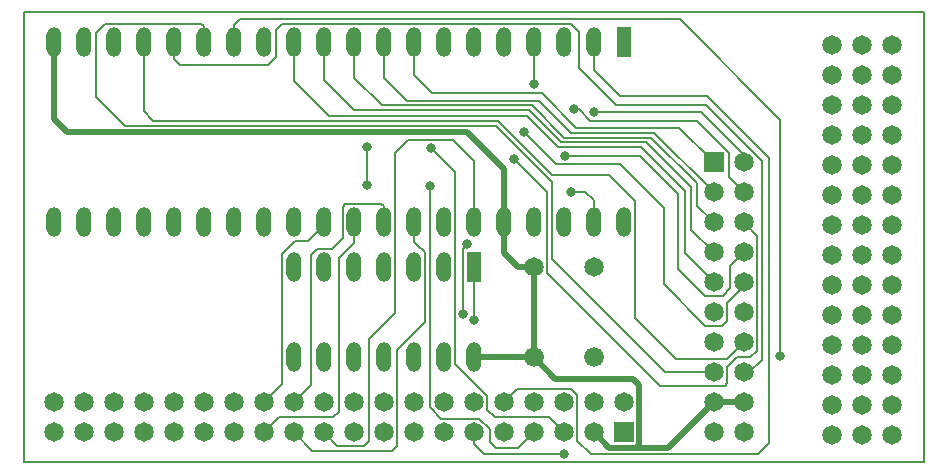
<source format=gtl>
%FSLAX23Y23*%
%MOIN*%
G70*
G01*
G75*
G04 Layer_Physical_Order=1*
G04 Layer_Color=255*
%ADD10C,0.008*%
%ADD11C,0.020*%
%ADD12O,0.050X0.100*%
%ADD13R,0.050X0.100*%
%ADD14C,0.065*%
%ADD15R,0.065X0.065*%
%ADD16R,0.065X0.065*%
%ADD17C,0.066*%
%ADD18C,0.032*%
D10*
X3534Y3028D02*
X3802D01*
X3500Y3062D02*
Y3100D01*
Y3062D02*
X3534Y3028D01*
X3145Y3926D02*
Y4051D01*
X3300Y4290D02*
Y4400D01*
X4037Y3483D02*
Y3873D01*
X3951Y3959D02*
X4037Y3873D01*
X3760Y3959D02*
X3951D01*
X3027Y3712D02*
X3063Y3748D01*
X2946Y3737D02*
X3000Y3791D01*
X4400Y3587D02*
Y3600D01*
Y3300D02*
X4417D01*
X4460Y3343D01*
X3816Y4023D02*
X4054D01*
X4258Y4167D02*
X4400Y4025D01*
Y4000D02*
Y4025D01*
X2400Y4170D02*
Y4400D01*
Y4170D02*
X2432Y4138D01*
X3581D01*
X3760Y3959D01*
X4037Y3483D02*
X4175Y3345D01*
X4345D01*
X4400Y3400D01*
X3634Y4013D02*
X3744Y3902D01*
Y3632D02*
Y3902D01*
Y3632D02*
X4122Y3255D01*
X4336D01*
X4345Y3264D01*
Y3317D01*
X4378Y3350D01*
X4422D01*
X4444Y3372D01*
Y3756D01*
X4400Y3800D02*
X4444Y3756D01*
X3834Y4178D02*
X3850D01*
X3889Y4139D01*
X4244D01*
X4350Y4033D01*
Y3950D02*
Y4033D01*
Y3950D02*
X4400Y3900D01*
X2600Y4400D02*
Y4454D01*
X2592Y4462D02*
X2600Y4454D01*
X2272Y4462D02*
X2592D01*
X2240Y4430D02*
X2272Y4462D01*
X2240Y4218D02*
Y4430D01*
Y4218D02*
X2336Y4122D01*
X3574D01*
X3760Y3935D01*
Y3678D02*
Y3935D01*
Y3678D02*
X4139Y3300D01*
X4300D01*
X2900Y4273D02*
Y4400D01*
Y4273D02*
X3019Y4154D01*
X3679D01*
X3782Y4051D01*
X4057D01*
X4203Y3905D01*
Y3697D02*
Y3905D01*
Y3697D02*
X4300Y3600D01*
X3000Y4276D02*
Y4400D01*
Y4276D02*
X3102Y4174D01*
X3685D01*
X3792Y4067D01*
X4075D01*
X4225Y3917D01*
Y3775D02*
Y3917D01*
Y3775D02*
X4300Y3700D01*
X3300Y4290D02*
X3360Y4230D01*
X3727D01*
X3842Y4115D01*
X4185D01*
X4300Y4000D01*
X3900Y3800D02*
Y3874D01*
X3872Y3902D02*
X3900Y3874D01*
X3823Y3902D02*
X3872D01*
X3463Y3712D02*
X3479Y3728D01*
X3463Y3496D02*
Y3712D01*
Y3496D02*
X3465Y3494D01*
X2800Y3200D02*
X2861Y3261D01*
Y3694D01*
X2904Y3737D01*
X2946D01*
X3000Y3791D02*
Y3800D01*
X3200D02*
Y3854D01*
X3192Y3862D02*
X3200Y3854D01*
X3072Y3862D02*
X3192D01*
X3063Y3853D02*
X3072Y3862D01*
X3063Y3748D02*
Y3853D01*
X2979Y3712D02*
X3027D01*
X2957Y3690D02*
X2979Y3712D01*
X2957Y3257D02*
Y3690D01*
X2900Y3200D02*
X2957Y3257D01*
X3358Y4047D02*
X3437Y3968D01*
Y3328D02*
Y3968D01*
Y3328D02*
X3545Y3220D01*
Y3175D02*
Y3220D01*
Y3175D02*
X3570Y3150D01*
X3750D01*
X3800Y3100D01*
X3648Y3048D02*
X3700Y3100D01*
X3573Y3048D02*
X3648D01*
X3553Y3068D02*
X3573Y3048D01*
X3553Y3068D02*
Y3110D01*
X3518Y3145D02*
X3553Y3110D01*
X3392Y3145D02*
X3518D01*
X3353Y3184D02*
X3392Y3145D01*
X3353Y3184D02*
Y3921D01*
X3100Y3730D02*
Y3800D01*
X3050Y3680D02*
X3100Y3730D01*
X3050Y3168D02*
Y3680D01*
X3032Y3150D02*
X3050Y3168D01*
X2850Y3150D02*
X3032D01*
X2800Y3100D02*
X2850Y3150D01*
X4054Y4023D02*
X4181Y3896D01*
Y3645D02*
Y3896D01*
Y3645D02*
X4271Y3556D01*
X4330D01*
X4355Y3581D01*
Y3655D01*
X4400Y3700D01*
X3669Y4100D02*
X3774Y3995D01*
X3986D01*
X4133Y3848D01*
Y3595D02*
Y3848D01*
Y3595D02*
X4272Y3455D01*
X4328D01*
X4345Y3472D01*
Y3532D01*
X4400Y3587D01*
X3200Y4282D02*
Y4400D01*
Y4282D02*
X3276Y4206D01*
X3717D01*
X3824Y4099D01*
X4101D01*
X4300Y3900D01*
X3700Y4261D02*
Y4400D01*
X3100Y4283D02*
Y4400D01*
Y4283D02*
X3193Y4190D01*
X3693D01*
X3801Y4083D01*
X4090D01*
X4244Y3930D01*
Y3856D02*
Y3930D01*
Y3856D02*
X4300Y3800D01*
X2500Y4344D02*
Y4400D01*
Y4344D02*
X2520Y4324D01*
X2813D01*
X2841Y4352D01*
Y4443D01*
X2860Y4462D01*
X3824D01*
X3850Y4436D01*
Y4316D02*
Y4436D01*
Y4316D02*
X3975Y4191D01*
X4274D01*
X4460Y4005D01*
Y3343D02*
Y4005D01*
X3902Y4167D02*
X4258D01*
X3900Y4309D02*
Y4400D01*
Y4309D02*
X3989Y4220D01*
X4279D01*
X4485Y4014D01*
Y3064D02*
Y4014D01*
X4448Y3027D02*
X4485Y3064D01*
X3890Y3027D02*
X4448D01*
X3845Y3072D02*
X3890Y3027D01*
X3845Y3072D02*
Y3224D01*
X3824Y3245D02*
X3845Y3224D01*
X3645Y3245D02*
X3824D01*
X3600Y3200D02*
X3645Y3245D01*
X3500Y3474D02*
Y3650D01*
Y3800D02*
Y4006D01*
X3431Y4075D02*
X3500Y4006D01*
X3280Y4075D02*
X3431D01*
X3237Y4032D02*
X3280Y4075D01*
X3237Y3499D02*
Y4032D01*
X3150Y3412D02*
X3237Y3499D01*
X3150Y3072D02*
Y3412D01*
X3133Y3055D02*
X3150Y3072D01*
X3045Y3055D02*
X3133D01*
X3000Y3100D02*
X3045Y3055D01*
X3300Y3736D02*
Y3800D01*
Y3736D02*
X3311Y3725D01*
X3312D01*
X3337Y3700D01*
Y3467D02*
Y3700D01*
X3245Y3375D02*
X3337Y3467D01*
X3245Y3055D02*
Y3375D01*
X3228Y3038D02*
X3245Y3055D01*
X2962Y3038D02*
X3228D01*
X2900Y3100D02*
X2962Y3038D01*
X2700Y4400D02*
Y4458D01*
X2720Y4478D01*
X4186D01*
X4522Y4142D01*
Y3355D02*
Y4142D01*
X5000Y3000D02*
Y4500D01*
X2000Y3000D02*
X5000D01*
X2000Y4500D02*
X5000D01*
X2000Y3000D02*
Y4500D01*
D11*
X3600Y3800D02*
Y3978D01*
X3478Y4100D02*
X3600Y3978D01*
X2144Y4100D02*
X3478D01*
X2100Y4144D02*
X2144Y4100D01*
X2100Y4144D02*
Y4400D01*
X4300Y3200D02*
X4400D01*
X4149Y3049D02*
X4300Y3200D01*
X3500Y3350D02*
X3700D01*
X3772Y3278D01*
X4030D01*
X4051Y3257D01*
Y3060D02*
Y3257D01*
X4040Y3049D02*
X4149D01*
X4040D02*
X4051Y3060D01*
X3951Y3049D02*
X4040D01*
X3900Y3100D02*
X3951Y3049D01*
X3648Y3650D02*
X3700D01*
X3600Y3698D02*
X3648Y3650D01*
X3600Y3698D02*
Y3800D01*
X3700Y3350D02*
Y3650D01*
D12*
Y3800D02*
D03*
X3800D02*
D03*
X3900Y4400D02*
D03*
X3800D02*
D03*
X3700D02*
D03*
X3600D02*
D03*
X3500D02*
D03*
X3400D02*
D03*
X2100D02*
D03*
X4000Y3800D02*
D03*
X3900D02*
D03*
X3600D02*
D03*
X3500D02*
D03*
X3400D02*
D03*
X3300D02*
D03*
X3200D02*
D03*
X3100D02*
D03*
X3000D02*
D03*
X2900D02*
D03*
X2800D02*
D03*
X2700D02*
D03*
X2600D02*
D03*
X2500D02*
D03*
X3300Y4400D02*
D03*
X3200D02*
D03*
X3100D02*
D03*
X3000D02*
D03*
X2900D02*
D03*
X2800D02*
D03*
X2700D02*
D03*
X2600D02*
D03*
X2400Y3800D02*
D03*
X2300D02*
D03*
X2200D02*
D03*
X2100D02*
D03*
X2200Y4400D02*
D03*
X2300D02*
D03*
X2400D02*
D03*
X2500D02*
D03*
X3400Y3650D02*
D03*
X3300D02*
D03*
X3200D02*
D03*
X3100D02*
D03*
X3000D02*
D03*
X2900D02*
D03*
X3500Y3350D02*
D03*
X3400D02*
D03*
X3300D02*
D03*
X3200D02*
D03*
X3100D02*
D03*
X3000D02*
D03*
X2900D02*
D03*
D13*
X4000Y4400D02*
D03*
X3500Y3650D02*
D03*
D14*
X2100Y3100D02*
D03*
X2200D02*
D03*
X2300D02*
D03*
X2400D02*
D03*
X2500D02*
D03*
X2600D02*
D03*
X2700D02*
D03*
X2800D02*
D03*
X2900D02*
D03*
X3000D02*
D03*
X3100D02*
D03*
X3200D02*
D03*
X3300D02*
D03*
X3400D02*
D03*
X3500D02*
D03*
X3600D02*
D03*
X3700D02*
D03*
X3800D02*
D03*
X3900D02*
D03*
X2100Y3200D02*
D03*
X2200D02*
D03*
X2300D02*
D03*
X2400D02*
D03*
X2500D02*
D03*
X2600D02*
D03*
X2700D02*
D03*
X2800D02*
D03*
X2900D02*
D03*
X3000D02*
D03*
X3100D02*
D03*
X3200D02*
D03*
X3300D02*
D03*
X3400D02*
D03*
X3500D02*
D03*
X3600D02*
D03*
X3700D02*
D03*
X3800D02*
D03*
X3900D02*
D03*
X4000D02*
D03*
X4300Y3900D02*
D03*
Y3800D02*
D03*
Y3700D02*
D03*
Y3600D02*
D03*
Y3500D02*
D03*
Y3400D02*
D03*
Y3300D02*
D03*
Y3100D02*
D03*
X4400Y4000D02*
D03*
Y3900D02*
D03*
Y3800D02*
D03*
Y3700D02*
D03*
Y3600D02*
D03*
Y3500D02*
D03*
Y3400D02*
D03*
Y3300D02*
D03*
Y3200D02*
D03*
Y3100D02*
D03*
X3700Y3650D02*
D03*
X3900D02*
D03*
X4695Y3090D02*
D03*
X4795D02*
D03*
X4895D02*
D03*
X4695Y3190D02*
D03*
X4795D02*
D03*
X4895D02*
D03*
X4695Y3290D02*
D03*
X4795D02*
D03*
X4895D02*
D03*
X4695Y3390D02*
D03*
X4795D02*
D03*
X4895D02*
D03*
X4695Y3490D02*
D03*
X4795D02*
D03*
X4895D02*
D03*
X4695Y3590D02*
D03*
X4795D02*
D03*
X4895D02*
D03*
X4695Y3690D02*
D03*
X4795D02*
D03*
X4895D02*
D03*
X4695Y3790D02*
D03*
X4795D02*
D03*
X4895D02*
D03*
X4695Y3890D02*
D03*
X4795D02*
D03*
X4895D02*
D03*
X4695Y3990D02*
D03*
Y4090D02*
D03*
Y4190D02*
D03*
Y4290D02*
D03*
Y4390D02*
D03*
X4795D02*
D03*
Y4290D02*
D03*
Y4190D02*
D03*
Y4090D02*
D03*
Y3990D02*
D03*
X4895D02*
D03*
Y4090D02*
D03*
Y4190D02*
D03*
Y4290D02*
D03*
Y4390D02*
D03*
X4300Y3200D02*
D03*
D15*
X4000Y3100D02*
D03*
D16*
X4300Y4000D02*
D03*
D17*
X3900Y3350D02*
D03*
X3700D02*
D03*
D18*
X3145Y3926D02*
D03*
Y4051D02*
D03*
X3634Y4013D02*
D03*
X3834Y4178D02*
D03*
X3823Y3902D02*
D03*
X3479Y3728D02*
D03*
X3465Y3494D02*
D03*
X3358Y4047D02*
D03*
X3353Y3921D02*
D03*
X3804Y4023D02*
D03*
X3669Y4100D02*
D03*
X3700Y4261D02*
D03*
X3902Y4167D02*
D03*
X3500Y3474D02*
D03*
X3802Y3028D02*
D03*
X4522Y3355D02*
D03*
M02*

</source>
